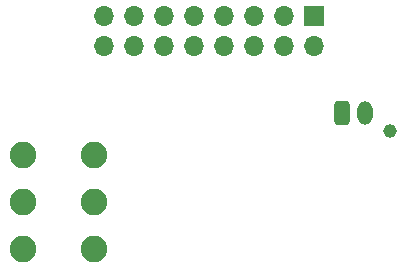
<source format=gbr>
%TF.GenerationSoftware,KiCad,Pcbnew,8.0.1*%
%TF.CreationDate,2024-03-24T14:38:36+02:00*%
%TF.ProjectId,project,70726f6a-6563-4742-9e6b-696361645f70,rev?*%
%TF.SameCoordinates,Original*%
%TF.FileFunction,Soldermask,Bot*%
%TF.FilePolarity,Negative*%
%FSLAX46Y46*%
G04 Gerber Fmt 4.6, Leading zero omitted, Abs format (unit mm)*
G04 Created by KiCad (PCBNEW 8.0.1) date 2024-03-24 14:38:36*
%MOMM*%
%LPD*%
G01*
G04 APERTURE LIST*
G04 Aperture macros list*
%AMRoundRect*
0 Rectangle with rounded corners*
0 $1 Rounding radius*
0 $2 $3 $4 $5 $6 $7 $8 $9 X,Y pos of 4 corners*
0 Add a 4 corners polygon primitive as box body*
4,1,4,$2,$3,$4,$5,$6,$7,$8,$9,$2,$3,0*
0 Add four circle primitives for the rounded corners*
1,1,$1+$1,$2,$3*
1,1,$1+$1,$4,$5*
1,1,$1+$1,$6,$7*
1,1,$1+$1,$8,$9*
0 Add four rect primitives between the rounded corners*
20,1,$1+$1,$2,$3,$4,$5,0*
20,1,$1+$1,$4,$5,$6,$7,0*
20,1,$1+$1,$6,$7,$8,$9,0*
20,1,$1+$1,$8,$9,$2,$3,0*%
G04 Aperture macros list end*
%ADD10C,2.250000*%
%ADD11C,1.150000*%
%ADD12RoundRect,0.250000X0.400000X-0.750000X0.400000X0.750000X-0.400000X0.750000X-0.400000X-0.750000X0*%
%ADD13O,1.300000X2.000000*%
%ADD14R,1.700000X1.700000*%
%ADD15O,1.700000X1.700000*%
G04 APERTURE END LIST*
D10*
%TO.C,S1*%
X53000000Y-112500000D03*
X53000000Y-116500000D03*
X53000000Y-120500000D03*
X59000000Y-112500000D03*
X59000000Y-116500000D03*
X59000000Y-120500000D03*
%TD*%
D11*
%TO.C,J2*%
X84050000Y-110500000D03*
D12*
X80000000Y-109000000D03*
D13*
X82000000Y-109000000D03*
%TD*%
D14*
%TO.C,J1*%
X77625000Y-100765000D03*
D15*
X77625000Y-103305000D03*
X75085000Y-100765000D03*
X75085000Y-103305000D03*
X72545000Y-100765000D03*
X72545000Y-103305000D03*
X70005000Y-100765000D03*
X70005000Y-103305000D03*
X67465000Y-100765000D03*
X67465000Y-103305000D03*
X64925000Y-100765000D03*
X64925000Y-103305000D03*
X62385000Y-100765000D03*
X62385000Y-103305000D03*
X59845000Y-100765000D03*
X59845000Y-103305000D03*
%TD*%
M02*

</source>
